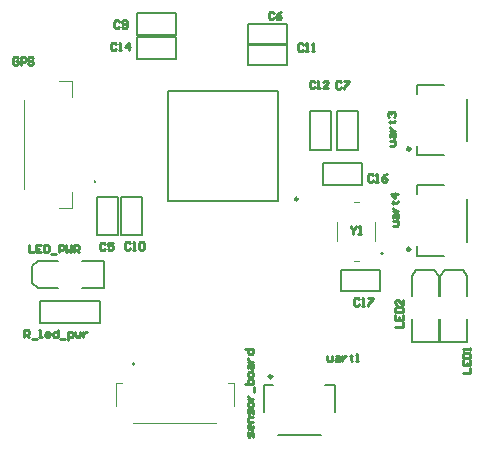
<source format=gbr>
%TF.GenerationSoftware,Altium Limited,Altium Designer,21.3.2 (30)*%
G04 Layer_Color=65535*
%FSLAX44Y44*%
%MOMM*%
%TF.SameCoordinates,DF9C5644-7730-4CB0-946D-AD2690A7FF42*%
%TF.FilePolarity,Positive*%
%TF.FileFunction,Legend,Top*%
%TF.Part,Single*%
G01*
G75*
%TA.AperFunction,NonConductor*%
%ADD42C,0.2500*%
%ADD43C,0.2000*%
%ADD44C,0.1000*%
%ADD46C,0.1524*%
%ADD47C,0.2540*%
%ADD64C,0.3000*%
%ADD65C,0.1270*%
D42*
X811692Y767522D02*
G03*
X811692Y767522I-1250J0D01*
G01*
D43*
X883060Y722410D02*
G03*
X883060Y720410I0J-1000D01*
G01*
D02*
G03*
X883060Y722410I0J1000D01*
G01*
X639800Y782850D02*
G03*
X639800Y781850I0J-500D01*
G01*
D02*
G03*
X639800Y782850I0J500D01*
G01*
D02*
G03*
X639800Y781850I0J-500D01*
G01*
X673390Y627900D02*
G03*
X671390Y627900I-1000J0D01*
G01*
D02*
G03*
X673390Y627900I1000J0D01*
G01*
X955110Y646640D02*
Y665640D01*
X932110Y646640D02*
Y665640D01*
Y646640D02*
X955110D01*
X936110Y707640D02*
X951110D01*
X955110Y685640D02*
Y702640D01*
X932110D02*
X936110Y707640D01*
X951110D02*
X955110Y702640D01*
X932110Y685640D02*
Y702640D01*
X930980Y646640D02*
Y665640D01*
X907980Y646640D02*
Y665640D01*
Y646640D02*
X930980D01*
X911980Y707640D02*
X926980D01*
X930980Y685640D02*
Y702640D01*
X907980D02*
X911980Y707640D01*
X926980D02*
X930980Y702640D01*
X907980Y685640D02*
Y702640D01*
X844440Y809090D02*
X862340D01*
Y841790D01*
X844440D02*
X862340D01*
X844440Y809090D02*
Y841790D01*
X794692Y766022D02*
Y859022D01*
X701692D02*
X794692D01*
X701692Y766022D02*
Y859022D01*
Y766022D02*
X794692D01*
X591490Y692080D02*
X608490D01*
X586490Y711080D02*
X591490Y715080D01*
X586490Y696080D02*
X591490Y692080D01*
Y715080D02*
X608490D01*
X586490Y696080D02*
Y711080D01*
X647490Y692080D02*
Y715080D01*
X628490Y692080D02*
X647490D01*
X628490Y715080D02*
X647490D01*
X821580Y809090D02*
Y841790D01*
X839480D01*
Y809090D02*
Y841790D01*
X821580Y809090D02*
X839480D01*
X641340Y736820D02*
Y769520D01*
X659240D01*
Y736820D02*
Y769520D01*
X641340Y736820D02*
X659240D01*
X848580Y689500D02*
X881280D01*
X848580D02*
Y707400D01*
X881280D01*
Y689500D02*
Y707400D01*
X833220Y779770D02*
X865920D01*
X833220D02*
Y797670D01*
X865920D01*
Y779770D02*
Y797670D01*
X675740Y924670D02*
X708440D01*
Y906770D02*
Y924670D01*
X675740Y906770D02*
X708440D01*
X675740D02*
Y924670D01*
Y904350D02*
X708440D01*
Y886450D02*
Y904350D01*
X675740Y886450D02*
X708440D01*
X675740D02*
Y904350D01*
X769720Y897880D02*
X802420D01*
X769720D02*
Y915780D01*
X802420D01*
Y897880D02*
Y915780D01*
X769840Y881270D02*
X802540D01*
X769840D02*
Y899170D01*
X802540D01*
Y881270D02*
Y899170D01*
X661660Y736820D02*
Y769520D01*
X679560D01*
Y736820D02*
Y769520D01*
X661660Y736820D02*
X679560D01*
D44*
X859060Y765410D02*
X863060D01*
X859060Y715410D02*
X863060D01*
X877060Y732410D02*
Y748410D01*
X845060Y732410D02*
Y748410D01*
X609550Y760100D02*
X620050D01*
X609550D02*
X620050D01*
Y773850D01*
Y760100D02*
Y773850D01*
Y853850D02*
Y867600D01*
Y853850D02*
Y867600D01*
X609550D02*
X620050D01*
X609550D02*
X620050D01*
X579550Y776350D02*
Y851350D01*
Y776350D02*
Y851350D01*
X657390Y611520D02*
X662390D01*
X657390Y591900D02*
Y611520D01*
X672390Y577520D02*
X742390D01*
X757390Y591900D02*
Y611520D01*
X752390D02*
X757390D01*
D46*
X643980Y662830D02*
Y680830D01*
X592980D02*
X643980D01*
X592980Y662830D02*
Y680830D01*
Y662830D02*
X643980D01*
D47*
X574716Y886544D02*
X573658Y887602D01*
X571542D01*
X570484Y886544D01*
Y882312D01*
X571542Y881254D01*
X573658D01*
X574716Y882312D01*
Y884428D01*
X572600D01*
X576832Y881254D02*
Y887602D01*
X580006D01*
X581064Y886544D01*
Y884428D01*
X580006Y883370D01*
X576832D01*
X587412Y886544D02*
X586354Y887602D01*
X584238D01*
X583180Y886544D01*
Y885486D01*
X584238Y884428D01*
X586354D01*
X587412Y883370D01*
Y882312D01*
X586354Y881254D01*
X584238D01*
X583180Y882312D01*
X894208Y659176D02*
X900556D01*
Y663408D01*
X894208Y669756D02*
Y665524D01*
X900556D01*
Y669756D01*
X897382Y665524D02*
Y667640D01*
X894208Y671872D02*
X900556D01*
Y675046D01*
X899498Y676104D01*
X895266D01*
X894208Y675046D01*
Y671872D01*
X900556Y682452D02*
Y678220D01*
X896324Y682452D01*
X895266D01*
X894208Y681394D01*
Y679278D01*
X895266Y678220D01*
X951358Y620610D02*
X957706D01*
Y624842D01*
X951358Y631190D02*
Y626958D01*
X957706D01*
Y631190D01*
X954532Y626958D02*
Y629074D01*
X951358Y633306D02*
X957706D01*
Y636480D01*
X956648Y637538D01*
X952416D01*
X951358Y636480D01*
Y633306D01*
X957706Y639654D02*
Y641770D01*
Y640712D01*
X951358D01*
X952416Y639654D01*
X856574Y744600D02*
Y743542D01*
X858690Y741426D01*
X860806Y743542D01*
Y744600D01*
X858690Y741426D02*
Y738252D01*
X862922D02*
X865038D01*
X863980D01*
Y744600D01*
X862922Y743542D01*
X773535Y566220D02*
Y569394D01*
X772477Y570452D01*
X771419Y569394D01*
Y567278D01*
X770361Y566220D01*
X769303Y567278D01*
Y570452D01*
X773535Y575742D02*
Y573626D01*
X772477Y572568D01*
X770361D01*
X769303Y573626D01*
Y575742D01*
X770361Y576800D01*
X771419D01*
Y572568D01*
X773535Y578916D02*
X769303D01*
Y582090D01*
X770361Y583148D01*
X773535D01*
Y585264D02*
Y588438D01*
X772477Y589496D01*
X771419Y588438D01*
Y586322D01*
X770361Y585264D01*
X769303Y586322D01*
Y589496D01*
X773535Y592670D02*
Y594786D01*
X772477Y595844D01*
X770361D01*
X769303Y594786D01*
Y592670D01*
X770361Y591612D01*
X772477D01*
X773535Y592670D01*
X769303Y597960D02*
X773535D01*
X771419D01*
X770361Y599018D01*
X769303Y600076D01*
Y601134D01*
X774593Y604308D02*
Y608540D01*
X767187Y610656D02*
X773535D01*
Y613830D01*
X772477Y614888D01*
X771419D01*
X770361D01*
X769303Y613830D01*
Y610656D01*
X773535Y618062D02*
Y620178D01*
X772477Y621236D01*
X770361D01*
X769303Y620178D01*
Y618062D01*
X770361Y617004D01*
X772477D01*
X773535Y618062D01*
X769303Y624410D02*
Y626526D01*
X770361Y627584D01*
X773535D01*
Y624410D01*
X772477Y623352D01*
X771419Y624410D01*
Y627584D01*
X769303Y629700D02*
X773535D01*
X771419D01*
X770361Y630758D01*
X769303Y631816D01*
Y632874D01*
X767187Y640280D02*
X773535D01*
Y637106D01*
X772477Y636048D01*
X770361D01*
X769303Y637106D01*
Y640280D01*
X579848Y650410D02*
Y656758D01*
X583022D01*
X584080Y655700D01*
Y653584D01*
X583022Y652526D01*
X579848D01*
X581964D02*
X584080Y650410D01*
X586196Y649352D02*
X590428D01*
X592544Y650410D02*
X594660D01*
X593602D01*
Y656758D01*
X592544D01*
X601008Y650410D02*
X598892D01*
X597834Y651468D01*
Y653584D01*
X598892Y654642D01*
X601008D01*
X602066Y653584D01*
Y652526D01*
X597834D01*
X608414Y656758D02*
Y650410D01*
X605240D01*
X604182Y651468D01*
Y653584D01*
X605240Y654642D01*
X608414D01*
X610530Y649352D02*
X614762D01*
X616878Y648294D02*
Y654642D01*
X620052D01*
X621110Y653584D01*
Y651468D01*
X620052Y650410D01*
X616878D01*
X623226Y654642D02*
Y651468D01*
X624284Y650410D01*
X625342Y651468D01*
X626400Y650410D01*
X627458Y651468D01*
Y654642D01*
X629574D02*
Y650410D01*
Y652526D01*
X630632Y653584D01*
X631690Y654642D01*
X632748D01*
X583614Y728619D02*
Y722271D01*
X587846D01*
X594194Y728619D02*
X589962D01*
Y722271D01*
X594194D01*
X589962Y725445D02*
X592078D01*
X596310Y728619D02*
Y722271D01*
X599484D01*
X600542Y723329D01*
Y727561D01*
X599484Y728619D01*
X596310D01*
X602658Y721213D02*
X606890D01*
X609006Y722271D02*
Y728619D01*
X612180D01*
X613238Y727561D01*
Y725445D01*
X612180Y724387D01*
X609006D01*
X615354Y728619D02*
Y722271D01*
X617470Y724387D01*
X619586Y722271D01*
Y728619D01*
X621702Y722271D02*
Y728619D01*
X624876D01*
X625934Y727561D01*
Y725445D01*
X624876Y724387D01*
X621702D01*
X623818D02*
X625934Y722271D01*
X863453Y682582D02*
X862395Y683640D01*
X860279D01*
X859221Y682582D01*
Y678350D01*
X860279Y677292D01*
X862395D01*
X863453Y678350D01*
X865569Y677292D02*
X867685D01*
X866627D01*
Y683640D01*
X865569Y682582D01*
X870859Y683640D02*
X875091D01*
Y682582D01*
X870859Y678350D01*
Y677292D01*
X875137Y787484D02*
X874079Y788542D01*
X871963D01*
X870905Y787484D01*
Y783252D01*
X871963Y782194D01*
X874079D01*
X875137Y783252D01*
X877253Y782194D02*
X879369D01*
X878311D01*
Y788542D01*
X877253Y787484D01*
X886775Y788542D02*
X884659Y787484D01*
X882543Y785368D01*
Y783252D01*
X883601Y782194D01*
X885717D01*
X886775Y783252D01*
Y784310D01*
X885717Y785368D01*
X882543D01*
X657713Y898736D02*
X656655Y899794D01*
X654539D01*
X653481Y898736D01*
Y894504D01*
X654539Y893446D01*
X656655D01*
X657713Y894504D01*
X659829Y893446D02*
X661945D01*
X660887D01*
Y899794D01*
X659829Y898736D01*
X668293Y893446D02*
Y899794D01*
X665119Y896620D01*
X669351D01*
X825861Y866478D02*
X824803Y867536D01*
X822687D01*
X821629Y866478D01*
Y862246D01*
X822687Y861188D01*
X824803D01*
X825861Y862246D01*
X827977Y861188D02*
X830093D01*
X829035D01*
Y867536D01*
X827977Y866478D01*
X837499Y861188D02*
X833267D01*
X837499Y865420D01*
Y866478D01*
X836441Y867536D01*
X834325D01*
X833267Y866478D01*
X815997Y898228D02*
X814939Y899286D01*
X812823D01*
X811765Y898228D01*
Y893996D01*
X812823Y892938D01*
X814939D01*
X815997Y893996D01*
X818113Y892938D02*
X820229D01*
X819171D01*
Y899286D01*
X818113Y898228D01*
X823403Y892938D02*
X825519D01*
X824461D01*
Y899286D01*
X823403Y898228D01*
X669651Y730080D02*
X668593Y731138D01*
X666477D01*
X665419Y730080D01*
Y725848D01*
X666477Y724790D01*
X668593D01*
X669651Y725848D01*
X671767Y724790D02*
X673883D01*
X672825D01*
Y731138D01*
X671767Y730080D01*
X677057D02*
X678115Y731138D01*
X680231D01*
X681289Y730080D01*
Y725848D01*
X680231Y724790D01*
X678115D01*
X677057Y725848D01*
Y730080D01*
X660612Y917786D02*
X659554Y918844D01*
X657438D01*
X656380Y917786D01*
Y913554D01*
X657438Y912496D01*
X659554D01*
X660612Y913554D01*
X662728D02*
X663786Y912496D01*
X665902D01*
X666960Y913554D01*
Y917786D01*
X665902Y918844D01*
X663786D01*
X662728Y917786D01*
Y916728D01*
X663786Y915670D01*
X666960D01*
X848318Y866224D02*
X847260Y867282D01*
X845144D01*
X844086Y866224D01*
Y861992D01*
X845144Y860934D01*
X847260D01*
X848318Y861992D01*
X850434Y867282D02*
X854666D01*
Y866224D01*
X850434Y861992D01*
Y860934D01*
X791168Y924898D02*
X790110Y925956D01*
X787994D01*
X786936Y924898D01*
Y920666D01*
X787994Y919608D01*
X790110D01*
X791168Y920666D01*
X797516Y925956D02*
X795400Y924898D01*
X793284Y922782D01*
Y920666D01*
X794342Y919608D01*
X796458D01*
X797516Y920666D01*
Y921724D01*
X796458Y922782D01*
X793284D01*
X648420Y729572D02*
X647362Y730630D01*
X645246D01*
X644188Y729572D01*
Y725340D01*
X645246Y724282D01*
X647362D01*
X648420Y725340D01*
X654768Y730630D02*
X650536D01*
Y727456D01*
X652652Y728514D01*
X653710D01*
X654768Y727456D01*
Y725340D01*
X653710Y724282D01*
X651594D01*
X650536Y725340D01*
X892514Y744415D02*
X895688D01*
X896746Y745473D01*
Y748647D01*
X892514D01*
Y751821D02*
Y753937D01*
X893572Y754995D01*
X896746D01*
Y751821D01*
X895688Y750763D01*
X894630Y751821D01*
Y754995D01*
X892514Y757111D02*
X896746D01*
X894630D01*
X893572Y758169D01*
X892514Y759227D01*
Y760285D01*
X891456Y764517D02*
X892514D01*
Y763459D01*
Y765575D01*
Y764517D01*
X895688D01*
X896746Y765575D01*
Y771923D02*
X890398D01*
X893572Y768749D01*
Y772981D01*
X889720Y812741D02*
X892894D01*
X893952Y813799D01*
Y816973D01*
X889720D01*
Y820147D02*
Y822263D01*
X890778Y823321D01*
X893952D01*
Y820147D01*
X892894Y819089D01*
X891836Y820147D01*
Y823321D01*
X889720Y825437D02*
X893952D01*
X891836D01*
X890778Y826495D01*
X889720Y827553D01*
Y828611D01*
X888662Y832843D02*
X889720D01*
Y831785D01*
Y833901D01*
Y832843D01*
X892894D01*
X893952Y833901D01*
X888662Y837075D02*
X887604Y838133D01*
Y840249D01*
X888662Y841307D01*
X889720D01*
X890778Y840249D01*
Y839191D01*
Y840249D01*
X891836Y841307D01*
X892894D01*
X893952Y840249D01*
Y838133D01*
X892894Y837075D01*
X836405Y634280D02*
Y631106D01*
X837463Y630048D01*
X840637D01*
Y634280D01*
X843811D02*
X845927D01*
X846985Y633222D01*
Y630048D01*
X843811D01*
X842753Y631106D01*
X843811Y632164D01*
X846985D01*
X849101Y634280D02*
Y630048D01*
Y632164D01*
X850159Y633222D01*
X851217Y634280D01*
X852275D01*
X856507Y635338D02*
Y634280D01*
X855449D01*
X857565D01*
X856507D01*
Y631106D01*
X857565Y630048D01*
X860739D02*
X862855D01*
X861797D01*
Y636396D01*
X860739Y635338D01*
D64*
X789380Y617260D02*
G03*
X789380Y617260I-1000J0D01*
G01*
X906470Y724880D02*
G03*
X906470Y724880I-1000J0D01*
G01*
Y809970D02*
G03*
X906470Y809970I-1000J0D01*
G01*
D65*
X782880Y610160D02*
X790880D01*
X782880Y587410D02*
Y610160D01*
X834880D02*
X842880D01*
Y587410D02*
Y610160D01*
X794880Y567660D02*
X830880D01*
X912570Y719380D02*
Y727380D01*
Y719380D02*
X935320D01*
X912570Y771380D02*
Y779380D01*
X935320D01*
X955070Y731380D02*
Y767380D01*
X912570Y804470D02*
Y812470D01*
Y804470D02*
X935320D01*
X912570Y856470D02*
Y864470D01*
X935320D01*
X955070Y816470D02*
Y852470D01*
%TF.MD5,f251002f91e55c9f5d75097fab9ab2a1*%
M02*

</source>
